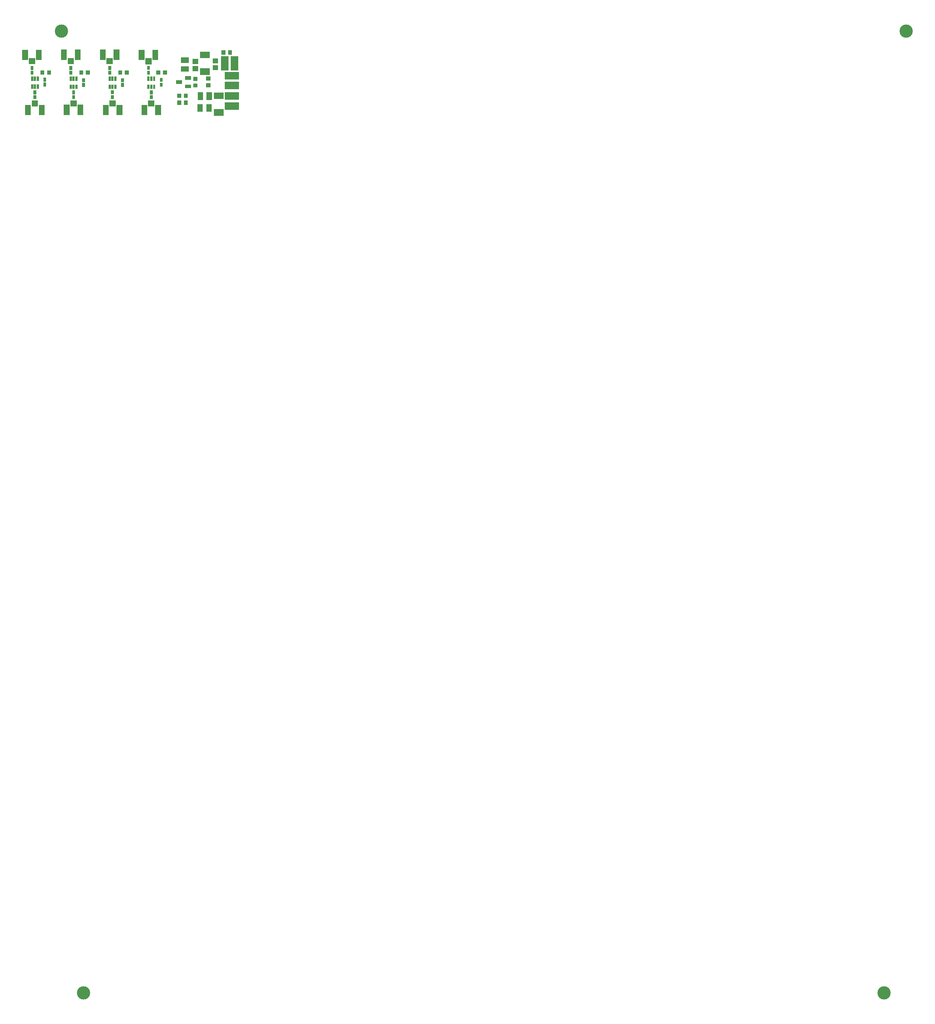
<source format=gts>
G04 Layer: TopSolderMaskLayer*
G04 EasyEDA v6.4.25, 2021-09-22T10:20:37+05:30*
G04 774fefb5d2d343239ab63bc48f8a28e3,f7b9aed3ca5c4f10b20383f968238e49,10*
G04 Gerber Generator version 0.2*
G04 Scale: 100 percent, Rotated: No, Reflected: No *
G04 Dimensions in inches *
G04 leading zeros omitted , absolute positions ,3 integer and 6 decimal *
%FSLAX36Y36*%
%MOIN*%

%ADD42C,0.1181*%

%LPD*%
G36*
X1235900Y382540D02*
G01*
X1235900Y420540D01*
X1271700Y420540D01*
X1271700Y382540D01*
G37*
G36*
X1295199Y382540D02*
G01*
X1295199Y420540D01*
X1330999Y420540D01*
X1330999Y382540D01*
G37*
G36*
X897300Y382540D02*
G01*
X897300Y420540D01*
X933099Y420540D01*
X933099Y382540D01*
G37*
G36*
X956700Y382540D02*
G01*
X956700Y420540D01*
X992400Y420540D01*
X992400Y382540D01*
G37*
G36*
X550900Y382540D02*
G01*
X550900Y420540D01*
X586600Y420540D01*
X586600Y382540D01*
G37*
G36*
X610199Y382540D02*
G01*
X610199Y420540D01*
X645999Y420540D01*
X645999Y382540D01*
G37*
G36*
X204400Y382540D02*
G01*
X204400Y420540D01*
X240199Y420540D01*
X240199Y382540D01*
G37*
G36*
X263700Y382540D02*
G01*
X263700Y420540D01*
X299500Y420540D01*
X299500Y382540D01*
G37*
G36*
X1267199Y276040D02*
G01*
X1267199Y311140D01*
X1292500Y311140D01*
X1292500Y276040D01*
G37*
G36*
X1267199Y318940D02*
G01*
X1267199Y354039D01*
X1292500Y354039D01*
X1292500Y318940D01*
G37*
G36*
X922599Y274039D02*
G01*
X922599Y309140D01*
X947900Y309140D01*
X947900Y274039D01*
G37*
G36*
X922599Y316939D02*
G01*
X922599Y352040D01*
X947900Y352040D01*
X947900Y316939D01*
G37*
G36*
X576100Y274039D02*
G01*
X576100Y309140D01*
X601399Y309140D01*
X601399Y274039D01*
G37*
G36*
X576100Y316939D02*
G01*
X576100Y352040D01*
X601399Y352040D01*
X601399Y316939D01*
G37*
G36*
X230700Y277840D02*
G01*
X230700Y312940D01*
X255900Y312940D01*
X255900Y277840D01*
G37*
G36*
X230700Y320740D02*
G01*
X230700Y355840D01*
X255900Y355840D01*
X255900Y320740D01*
G37*
G36*
X117200Y382240D02*
G01*
X117200Y417440D01*
X142400Y417440D01*
X142400Y382240D01*
G37*
G36*
X117200Y425240D02*
G01*
X117200Y460340D01*
X142400Y460340D01*
X142400Y425240D01*
G37*
G36*
X1178600Y165740D02*
G01*
X1178600Y200840D01*
X1203899Y200840D01*
X1203899Y165740D01*
G37*
G36*
X1178600Y208640D02*
G01*
X1178600Y243740D01*
X1203899Y243740D01*
X1203899Y208640D01*
G37*
G36*
X833400Y165840D02*
G01*
X833400Y201040D01*
X858600Y201040D01*
X858600Y165840D01*
G37*
G36*
X833400Y208840D02*
G01*
X833400Y243940D01*
X858600Y243940D01*
X858600Y208840D01*
G37*
G36*
X487599Y165840D02*
G01*
X487599Y200940D01*
X512900Y200940D01*
X512900Y165840D01*
G37*
G36*
X487599Y208740D02*
G01*
X487599Y243840D01*
X512900Y243840D01*
X512900Y208740D01*
G37*
G36*
X142899Y165740D02*
G01*
X142899Y200840D01*
X168200Y200840D01*
X168200Y165740D01*
G37*
G36*
X142899Y208640D02*
G01*
X142899Y243740D01*
X168200Y243740D01*
X168200Y208640D01*
G37*
G36*
X1154000Y382940D02*
G01*
X1154000Y418040D01*
X1179299Y418040D01*
X1179299Y382940D01*
G37*
G36*
X1154000Y425840D02*
G01*
X1154000Y460940D01*
X1179299Y460940D01*
X1179299Y425840D01*
G37*
G36*
X808400Y382340D02*
G01*
X808400Y417440D01*
X833700Y417440D01*
X833700Y382340D01*
G37*
G36*
X808400Y425240D02*
G01*
X808400Y460340D01*
X833700Y460340D01*
X833700Y425240D01*
G37*
G36*
X462000Y382440D02*
G01*
X462000Y417540D01*
X487300Y417540D01*
X487300Y382440D01*
G37*
G36*
X462000Y425340D02*
G01*
X462000Y460440D01*
X487300Y460440D01*
X487300Y425340D01*
G37*
G36*
X1815099Y561840D02*
G01*
X1815099Y599840D01*
X1850900Y599840D01*
X1850900Y561840D01*
G37*
G36*
X1874500Y561840D02*
G01*
X1874500Y599840D01*
X1910199Y599840D01*
X1910199Y561840D01*
G37*
G36*
X1226500Y24540D02*
G01*
X1226500Y115240D01*
X1277699Y115240D01*
X1277699Y24540D01*
G37*
G36*
X1163600Y99340D02*
G01*
X1163600Y154540D01*
X1218700Y154540D01*
X1218700Y99340D01*
G37*
G36*
X1104500Y24540D02*
G01*
X1104500Y115240D01*
X1155700Y115240D01*
X1155700Y24540D01*
G37*
G36*
X882699Y24439D02*
G01*
X882699Y115140D01*
X933899Y115140D01*
X933899Y24439D01*
G37*
G36*
X819800Y99239D02*
G01*
X819800Y154439D01*
X874900Y154439D01*
X874900Y99239D01*
G37*
G36*
X760700Y24439D02*
G01*
X760700Y115140D01*
X811900Y115140D01*
X811900Y24439D01*
G37*
G36*
X535499Y24840D02*
G01*
X535499Y115540D01*
X586700Y115540D01*
X586700Y24840D01*
G37*
G36*
X472599Y99639D02*
G01*
X472599Y154840D01*
X527699Y154840D01*
X527699Y99639D01*
G37*
G36*
X413499Y24840D02*
G01*
X413499Y115540D01*
X464699Y115540D01*
X464699Y24840D01*
G37*
G36*
X191000Y24639D02*
G01*
X191000Y115240D01*
X242200Y115240D01*
X242200Y24639D01*
G37*
G36*
X128000Y99340D02*
G01*
X128000Y154540D01*
X183200Y154540D01*
X183200Y99340D01*
G37*
G36*
X68900Y24639D02*
G01*
X68900Y115240D01*
X120100Y115240D01*
X120100Y24639D01*
G37*
G36*
X1079600Y514340D02*
G01*
X1079600Y604940D01*
X1130800Y604940D01*
X1130800Y514340D01*
G37*
G36*
X1138600Y475040D02*
G01*
X1138600Y530240D01*
X1193800Y530240D01*
X1193800Y475040D01*
G37*
G36*
X1201600Y514340D02*
G01*
X1201600Y604940D01*
X1252900Y604940D01*
X1252900Y514340D01*
G37*
G36*
X734400Y514840D02*
G01*
X734400Y605440D01*
X785700Y605440D01*
X785700Y514840D01*
G37*
G36*
X793400Y475540D02*
G01*
X793400Y530740D01*
X848600Y530740D01*
X848600Y475540D01*
G37*
G36*
X856500Y514840D02*
G01*
X856500Y605440D01*
X907699Y605440D01*
X907699Y514840D01*
G37*
G36*
X388800Y515240D02*
G01*
X388800Y605840D01*
X440000Y605840D01*
X440000Y515240D01*
G37*
G36*
X447800Y475940D02*
G01*
X447800Y531040D01*
X502900Y531040D01*
X502900Y475940D01*
G37*
G36*
X510800Y515240D02*
G01*
X510800Y605840D01*
X562000Y605840D01*
X562000Y515240D01*
G37*
G36*
X43400Y514740D02*
G01*
X43400Y605340D01*
X94600Y605340D01*
X94600Y514740D01*
G37*
G36*
X102400Y475440D02*
G01*
X102400Y530540D01*
X157600Y530540D01*
X157600Y475440D01*
G37*
G36*
X165399Y514740D02*
G01*
X165399Y605340D01*
X216700Y605340D01*
X216700Y514740D01*
G37*
G36*
X1738600Y422240D02*
G01*
X1738600Y465540D01*
X1785900Y465540D01*
X1785900Y422240D01*
G37*
G36*
X1738600Y485240D02*
G01*
X1738600Y528540D01*
X1785900Y528540D01*
X1785900Y485240D01*
G37*
G36*
X1898099Y420240D02*
G01*
X1898099Y546340D01*
X1965099Y546340D01*
X1965099Y420240D01*
G37*
G36*
X1813099Y420240D02*
G01*
X1813099Y546340D01*
X1880099Y546340D01*
X1880099Y420240D01*
G37*
G36*
X1846900Y68840D02*
G01*
X1846900Y135940D01*
X1972999Y135940D01*
X1972999Y68840D01*
G37*
G36*
X1846900Y338840D02*
G01*
X1846900Y405940D01*
X1972999Y405940D01*
X1972999Y338840D01*
G37*
G36*
X1846900Y158840D02*
G01*
X1846900Y225940D01*
X1972999Y225940D01*
X1972999Y158840D01*
G37*
G36*
X1557400Y414340D02*
G01*
X1557400Y461640D01*
X1608700Y461640D01*
X1608700Y414340D01*
G37*
G36*
X1557400Y477340D02*
G01*
X1557400Y524639D01*
X1608700Y524639D01*
X1608700Y477340D01*
G37*
G36*
X1455999Y488240D02*
G01*
X1455999Y535640D01*
X1525000Y535640D01*
X1525000Y488240D01*
G37*
G36*
X1455999Y409439D02*
G01*
X1455999Y456840D01*
X1525000Y456840D01*
X1525000Y409439D01*
G37*
G36*
X1604699Y157340D02*
G01*
X1604699Y226340D01*
X1652100Y226340D01*
X1652100Y157340D01*
G37*
G36*
X1683400Y157340D02*
G01*
X1683400Y226340D01*
X1730800Y226340D01*
X1730800Y157340D01*
G37*
G36*
X1681500Y53040D02*
G01*
X1681500Y122040D01*
X1728800Y122040D01*
X1728800Y53040D01*
G37*
G36*
X1602699Y53040D02*
G01*
X1602699Y122040D01*
X1650099Y122040D01*
X1650099Y53040D01*
G37*
G36*
X1846900Y253840D02*
G01*
X1846900Y320940D01*
X1972999Y320940D01*
X1972999Y253840D01*
G37*
G36*
X1181399Y326840D02*
G01*
X1181399Y366240D01*
X1201100Y366240D01*
X1201100Y326840D01*
G37*
G36*
X1155800Y326840D02*
G01*
X1155800Y366240D01*
X1175499Y366240D01*
X1175499Y326840D01*
G37*
G36*
X1155800Y255940D02*
G01*
X1155800Y295340D01*
X1175499Y295340D01*
X1175499Y255940D01*
G37*
G36*
X1181399Y255940D02*
G01*
X1181399Y295340D01*
X1201100Y295340D01*
X1201100Y255940D01*
G37*
G36*
X1207000Y255940D02*
G01*
X1207000Y295340D01*
X1226700Y295340D01*
X1226700Y255940D01*
G37*
G36*
X1207000Y326840D02*
G01*
X1207000Y366240D01*
X1226700Y366240D01*
X1226700Y326840D01*
G37*
G36*
X836799Y326840D02*
G01*
X836799Y366240D01*
X856500Y366240D01*
X856500Y326840D01*
G37*
G36*
X811200Y326840D02*
G01*
X811200Y366240D01*
X830999Y366240D01*
X830999Y326840D01*
G37*
G36*
X811200Y255940D02*
G01*
X811200Y295340D01*
X830999Y295340D01*
X830999Y255940D01*
G37*
G36*
X836799Y255940D02*
G01*
X836799Y295340D01*
X856500Y295340D01*
X856500Y255940D01*
G37*
G36*
X862400Y255940D02*
G01*
X862400Y295340D01*
X882100Y295340D01*
X882100Y255940D01*
G37*
G36*
X862400Y326840D02*
G01*
X862400Y366240D01*
X882100Y366240D01*
X882100Y326840D01*
G37*
G36*
X490199Y326640D02*
G01*
X490199Y366040D01*
X510000Y366040D01*
X510000Y326640D01*
G37*
G36*
X464600Y326640D02*
G01*
X464600Y366040D01*
X484400Y366040D01*
X484400Y326640D01*
G37*
G36*
X464600Y255740D02*
G01*
X464600Y295140D01*
X484400Y295140D01*
X484400Y255740D01*
G37*
G36*
X490199Y255740D02*
G01*
X490199Y295140D01*
X510000Y295140D01*
X510000Y255740D01*
G37*
G36*
X515800Y255740D02*
G01*
X515800Y295140D01*
X535599Y295140D01*
X535599Y255740D01*
G37*
G36*
X515800Y326640D02*
G01*
X515800Y366040D01*
X535599Y366040D01*
X535599Y326640D01*
G37*
G36*
X146300Y327940D02*
G01*
X146300Y367340D01*
X166100Y367340D01*
X166100Y327940D01*
G37*
G36*
X120700Y327940D02*
G01*
X120700Y367340D01*
X140500Y367340D01*
X140500Y327940D01*
G37*
G36*
X120700Y257040D02*
G01*
X120700Y296440D01*
X140500Y296440D01*
X140500Y257040D01*
G37*
G36*
X146300Y257040D02*
G01*
X146300Y296440D01*
X166100Y296440D01*
X166100Y257040D01*
G37*
G36*
X171900Y257040D02*
G01*
X171900Y296440D01*
X191700Y296440D01*
X191700Y257040D01*
G37*
G36*
X171900Y327940D02*
G01*
X171900Y367340D01*
X191700Y367340D01*
X191700Y327940D01*
G37*
G36*
X1421300Y114840D02*
G01*
X1421300Y152840D01*
X1457100Y152840D01*
X1457100Y114840D01*
G37*
G36*
X1480700Y114840D02*
G01*
X1480700Y152840D01*
X1516399Y152840D01*
X1516399Y114840D01*
G37*
G36*
X1680199Y271440D02*
G01*
X1680199Y307139D01*
X1718300Y307139D01*
X1718300Y271440D01*
G37*
G36*
X1680199Y330740D02*
G01*
X1680199Y366440D01*
X1718300Y366440D01*
X1718300Y330740D01*
G37*
G36*
X1564100Y269439D02*
G01*
X1564100Y305240D01*
X1602100Y305240D01*
X1602100Y269439D01*
G37*
G36*
X1564100Y328740D02*
G01*
X1564100Y364540D01*
X1602100Y364540D01*
X1602100Y328740D01*
G37*
G36*
X1480700Y175940D02*
G01*
X1480700Y213940D01*
X1516399Y213940D01*
X1516399Y175940D01*
G37*
G36*
X1421300Y175940D02*
G01*
X1421300Y213940D01*
X1457100Y213940D01*
X1457100Y175940D01*
G37*
G36*
X1491500Y263840D02*
G01*
X1491500Y295340D01*
X1544699Y295340D01*
X1544699Y263840D01*
G37*
G36*
X1491500Y338640D02*
G01*
X1491500Y370140D01*
X1544699Y370140D01*
X1544699Y338640D01*
G37*
G36*
X1412699Y301240D02*
G01*
X1412699Y332740D01*
X1465999Y332740D01*
X1465999Y301240D01*
G37*
G36*
X1748400Y18540D02*
G01*
X1748400Y75740D01*
X1835199Y75740D01*
X1835199Y18540D01*
G37*
G36*
X1748400Y166240D02*
G01*
X1748400Y223440D01*
X1835199Y223440D01*
X1835199Y166240D01*
G37*
G36*
X1624800Y382040D02*
G01*
X1624800Y439239D01*
X1711600Y439239D01*
X1711600Y382040D01*
G37*
G36*
X1624800Y529740D02*
G01*
X1624800Y586939D01*
X1711600Y586939D01*
X1711600Y529740D01*
G37*
D42*
G01*
X393001Y771652D03*
G01*
X7907593Y771652D03*
G01*
X589852Y-7783678D03*
G01*
X7710743Y-7783678D03*
M02*

</source>
